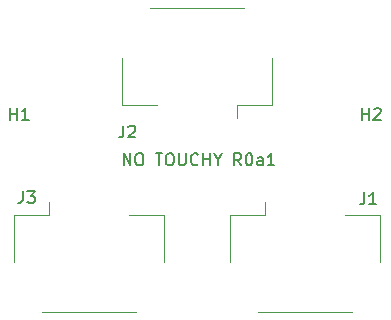
<source format=gto>
G04 #@! TF.GenerationSoftware,KiCad,Pcbnew,5.1.6+dfsg1-1*
G04 #@! TF.CreationDate,2020-08-30T15:38:22-05:00*
G04 #@! TF.ProjectId,no_touchy,6e6f5f74-6f75-4636-9879-2e6b69636164,rev?*
G04 #@! TF.SameCoordinates,Original*
G04 #@! TF.FileFunction,Legend,Top*
G04 #@! TF.FilePolarity,Positive*
%FSLAX46Y46*%
G04 Gerber Fmt 4.6, Leading zero omitted, Abs format (unit mm)*
G04 Created by KiCad (PCBNEW 5.1.6+dfsg1-1) date 2020-08-30 15:38:22*
%MOMM*%
%LPD*%
G01*
G04 APERTURE LIST*
%ADD10C,0.150000*%
%ADD11C,0.120000*%
G04 APERTURE END LIST*
D10*
X139542857Y-102802380D02*
X139542857Y-101802380D01*
X140114285Y-102802380D01*
X140114285Y-101802380D01*
X140780952Y-101802380D02*
X140971428Y-101802380D01*
X141066666Y-101850000D01*
X141161904Y-101945238D01*
X141209523Y-102135714D01*
X141209523Y-102469047D01*
X141161904Y-102659523D01*
X141066666Y-102754761D01*
X140971428Y-102802380D01*
X140780952Y-102802380D01*
X140685714Y-102754761D01*
X140590476Y-102659523D01*
X140542857Y-102469047D01*
X140542857Y-102135714D01*
X140590476Y-101945238D01*
X140685714Y-101850000D01*
X140780952Y-101802380D01*
X142257142Y-101802380D02*
X142828571Y-101802380D01*
X142542857Y-102802380D02*
X142542857Y-101802380D01*
X143352380Y-101802380D02*
X143542857Y-101802380D01*
X143638095Y-101850000D01*
X143733333Y-101945238D01*
X143780952Y-102135714D01*
X143780952Y-102469047D01*
X143733333Y-102659523D01*
X143638095Y-102754761D01*
X143542857Y-102802380D01*
X143352380Y-102802380D01*
X143257142Y-102754761D01*
X143161904Y-102659523D01*
X143114285Y-102469047D01*
X143114285Y-102135714D01*
X143161904Y-101945238D01*
X143257142Y-101850000D01*
X143352380Y-101802380D01*
X144209523Y-101802380D02*
X144209523Y-102611904D01*
X144257142Y-102707142D01*
X144304761Y-102754761D01*
X144400000Y-102802380D01*
X144590476Y-102802380D01*
X144685714Y-102754761D01*
X144733333Y-102707142D01*
X144780952Y-102611904D01*
X144780952Y-101802380D01*
X145828571Y-102707142D02*
X145780952Y-102754761D01*
X145638095Y-102802380D01*
X145542857Y-102802380D01*
X145400000Y-102754761D01*
X145304761Y-102659523D01*
X145257142Y-102564285D01*
X145209523Y-102373809D01*
X145209523Y-102230952D01*
X145257142Y-102040476D01*
X145304761Y-101945238D01*
X145400000Y-101850000D01*
X145542857Y-101802380D01*
X145638095Y-101802380D01*
X145780952Y-101850000D01*
X145828571Y-101897619D01*
X146257142Y-102802380D02*
X146257142Y-101802380D01*
X146257142Y-102278571D02*
X146828571Y-102278571D01*
X146828571Y-102802380D02*
X146828571Y-101802380D01*
X147495238Y-102326190D02*
X147495238Y-102802380D01*
X147161904Y-101802380D02*
X147495238Y-102326190D01*
X147828571Y-101802380D01*
X149495238Y-102802380D02*
X149161904Y-102326190D01*
X148923809Y-102802380D02*
X148923809Y-101802380D01*
X149304761Y-101802380D01*
X149400000Y-101850000D01*
X149447619Y-101897619D01*
X149495238Y-101992857D01*
X149495238Y-102135714D01*
X149447619Y-102230952D01*
X149400000Y-102278571D01*
X149304761Y-102326190D01*
X148923809Y-102326190D01*
X150114285Y-101802380D02*
X150209523Y-101802380D01*
X150304761Y-101850000D01*
X150352380Y-101897619D01*
X150400000Y-101992857D01*
X150447619Y-102183333D01*
X150447619Y-102421428D01*
X150400000Y-102611904D01*
X150352380Y-102707142D01*
X150304761Y-102754761D01*
X150209523Y-102802380D01*
X150114285Y-102802380D01*
X150019047Y-102754761D01*
X149971428Y-102707142D01*
X149923809Y-102611904D01*
X149876190Y-102421428D01*
X149876190Y-102183333D01*
X149923809Y-101992857D01*
X149971428Y-101897619D01*
X150019047Y-101850000D01*
X150114285Y-101802380D01*
X151304761Y-102802380D02*
X151304761Y-102278571D01*
X151257142Y-102183333D01*
X151161904Y-102135714D01*
X150971428Y-102135714D01*
X150876190Y-102183333D01*
X151304761Y-102754761D02*
X151209523Y-102802380D01*
X150971428Y-102802380D01*
X150876190Y-102754761D01*
X150828571Y-102659523D01*
X150828571Y-102564285D01*
X150876190Y-102469047D01*
X150971428Y-102421428D01*
X151209523Y-102421428D01*
X151304761Y-102373809D01*
X152304761Y-102802380D02*
X151733333Y-102802380D01*
X152019047Y-102802380D02*
X152019047Y-101802380D01*
X151923809Y-101945238D01*
X151828571Y-102040476D01*
X151733333Y-102088095D01*
D11*
X140000000Y-107000000D02*
X142950000Y-107000000D01*
X142950000Y-107000000D02*
X142950000Y-111000000D01*
X133200000Y-107000000D02*
X133200000Y-105900000D01*
X130250000Y-107000000D02*
X133200000Y-107000000D01*
X130250000Y-107000000D02*
X130250000Y-111000000D01*
X132600000Y-115200000D02*
X140600000Y-115200000D01*
X149750000Y-89500000D02*
X141750000Y-89500000D01*
X152100000Y-97700000D02*
X152100000Y-93700000D01*
X152100000Y-97700000D02*
X149150000Y-97700000D01*
X149150000Y-97700000D02*
X149150000Y-98800000D01*
X139400000Y-97700000D02*
X139400000Y-93700000D01*
X142350000Y-97700000D02*
X139400000Y-97700000D01*
X158300000Y-107000000D02*
X161250000Y-107000000D01*
X161250000Y-107000000D02*
X161250000Y-111000000D01*
X151500000Y-107000000D02*
X151500000Y-105900000D01*
X148550000Y-107000000D02*
X151500000Y-107000000D01*
X148550000Y-107000000D02*
X148550000Y-111000000D01*
X150900000Y-115200000D02*
X158900000Y-115200000D01*
D10*
X131016666Y-105002380D02*
X131016666Y-105716666D01*
X130969047Y-105859523D01*
X130873809Y-105954761D01*
X130730952Y-106002380D01*
X130635714Y-106002380D01*
X131397619Y-105002380D02*
X132016666Y-105002380D01*
X131683333Y-105383333D01*
X131826190Y-105383333D01*
X131921428Y-105430952D01*
X131969047Y-105478571D01*
X132016666Y-105573809D01*
X132016666Y-105811904D01*
X131969047Y-105907142D01*
X131921428Y-105954761D01*
X131826190Y-106002380D01*
X131540476Y-106002380D01*
X131445238Y-105954761D01*
X131397619Y-105907142D01*
X139516666Y-99452380D02*
X139516666Y-100166666D01*
X139469047Y-100309523D01*
X139373809Y-100404761D01*
X139230952Y-100452380D01*
X139135714Y-100452380D01*
X139945238Y-99547619D02*
X139992857Y-99500000D01*
X140088095Y-99452380D01*
X140326190Y-99452380D01*
X140421428Y-99500000D01*
X140469047Y-99547619D01*
X140516666Y-99642857D01*
X140516666Y-99738095D01*
X140469047Y-99880952D01*
X139897619Y-100452380D01*
X140516666Y-100452380D01*
X159916666Y-105102380D02*
X159916666Y-105816666D01*
X159869047Y-105959523D01*
X159773809Y-106054761D01*
X159630952Y-106102380D01*
X159535714Y-106102380D01*
X160916666Y-106102380D02*
X160345238Y-106102380D01*
X160630952Y-106102380D02*
X160630952Y-105102380D01*
X160535714Y-105245238D01*
X160440476Y-105340476D01*
X160345238Y-105388095D01*
X129938095Y-98952380D02*
X129938095Y-97952380D01*
X129938095Y-98428571D02*
X130509523Y-98428571D01*
X130509523Y-98952380D02*
X130509523Y-97952380D01*
X131509523Y-98952380D02*
X130938095Y-98952380D01*
X131223809Y-98952380D02*
X131223809Y-97952380D01*
X131128571Y-98095238D01*
X131033333Y-98190476D01*
X130938095Y-98238095D01*
X159738095Y-98952380D02*
X159738095Y-97952380D01*
X159738095Y-98428571D02*
X160309523Y-98428571D01*
X160309523Y-98952380D02*
X160309523Y-97952380D01*
X160738095Y-98047619D02*
X160785714Y-98000000D01*
X160880952Y-97952380D01*
X161119047Y-97952380D01*
X161214285Y-98000000D01*
X161261904Y-98047619D01*
X161309523Y-98142857D01*
X161309523Y-98238095D01*
X161261904Y-98380952D01*
X160690476Y-98952380D01*
X161309523Y-98952380D01*
M02*

</source>
